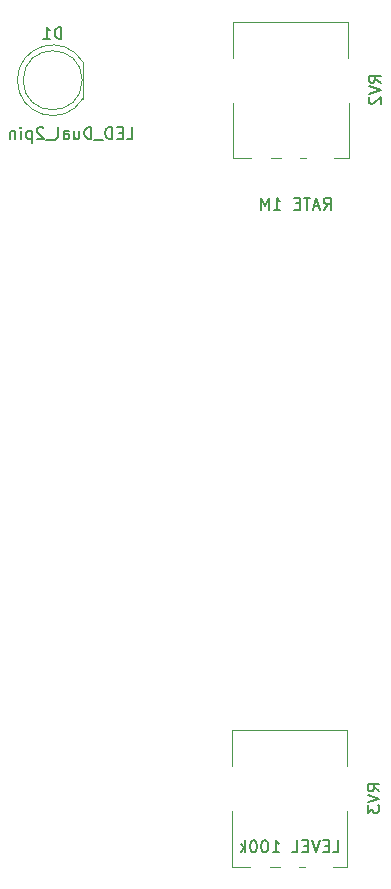
<source format=gbr>
%TF.GenerationSoftware,KiCad,Pcbnew,5.1.10-88a1d61d58~90~ubuntu21.04.1*%
%TF.CreationDate,2021-10-08T21:36:15+02:00*%
%TF.ProjectId,lfo,6c666f2e-6b69-4636-9164-5f7063625858,v1.0.0*%
%TF.SameCoordinates,Original*%
%TF.FileFunction,Legend,Bot*%
%TF.FilePolarity,Positive*%
%FSLAX46Y46*%
G04 Gerber Fmt 4.6, Leading zero omitted, Abs format (unit mm)*
G04 Created by KiCad (PCBNEW 5.1.10-88a1d61d58~90~ubuntu21.04.1) date 2021-10-08 21:36:15*
%MOMM*%
%LPD*%
G01*
G04 APERTURE LIST*
%ADD10C,0.120000*%
%ADD11C,0.150000*%
G04 APERTURE END LIST*
D10*
%TO.C,RV3*%
X95840000Y-110120000D02*
X96670000Y-110120000D01*
X98290000Y-110120000D02*
X98820000Y-110120000D01*
X101190000Y-110120000D02*
X102370000Y-110120000D01*
X92630000Y-110120000D02*
X92630000Y-105400000D01*
X102370000Y-101590000D02*
X102370000Y-98530000D01*
X102380000Y-110120000D02*
X102380000Y-105400000D01*
X92630000Y-101590000D02*
X92630000Y-98530000D01*
X92630000Y-110120000D02*
X94120000Y-110120000D01*
X92630000Y-98530000D02*
X102370000Y-98530000D01*
%TO.C,RV2*%
X95940000Y-50120000D02*
X96770000Y-50120000D01*
X98390000Y-50120000D02*
X98920000Y-50120000D01*
X101290000Y-50120000D02*
X102470000Y-50120000D01*
X92730000Y-50120000D02*
X92730000Y-45400000D01*
X102470000Y-41590000D02*
X102470000Y-38530000D01*
X102480000Y-50120000D02*
X102480000Y-45400000D01*
X92730000Y-41590000D02*
X92730000Y-38530000D01*
X92730000Y-50120000D02*
X94220000Y-50120000D01*
X92730000Y-38530000D02*
X102470000Y-38530000D01*
%TO.C,D1*%
X79990000Y-41955000D02*
X79990000Y-45045000D01*
X79930000Y-43500000D02*
G75*
G03*
X79930000Y-43500000I-2500000J0D01*
G01*
X74440000Y-43499538D02*
G75*
G03*
X79990000Y-45044830I2990000J-462D01*
G01*
X74440000Y-43500462D02*
G75*
G02*
X79990000Y-41955170I2990000J462D01*
G01*
%TO.C,RV3*%
D11*
X105092380Y-103694761D02*
X104616190Y-103361428D01*
X105092380Y-103123333D02*
X104092380Y-103123333D01*
X104092380Y-103504285D01*
X104140000Y-103599523D01*
X104187619Y-103647142D01*
X104282857Y-103694761D01*
X104425714Y-103694761D01*
X104520952Y-103647142D01*
X104568571Y-103599523D01*
X104616190Y-103504285D01*
X104616190Y-103123333D01*
X104092380Y-103980476D02*
X105092380Y-104313809D01*
X104092380Y-104647142D01*
X104092380Y-104885238D02*
X104092380Y-105504285D01*
X104473333Y-105170952D01*
X104473333Y-105313809D01*
X104520952Y-105409047D01*
X104568571Y-105456666D01*
X104663809Y-105504285D01*
X104901904Y-105504285D01*
X104997142Y-105456666D01*
X105044761Y-105409047D01*
X105092380Y-105313809D01*
X105092380Y-105028095D01*
X105044761Y-104932857D01*
X104997142Y-104885238D01*
X101142857Y-108852380D02*
X101619047Y-108852380D01*
X101619047Y-107852380D01*
X100809523Y-108328571D02*
X100476190Y-108328571D01*
X100333333Y-108852380D02*
X100809523Y-108852380D01*
X100809523Y-107852380D01*
X100333333Y-107852380D01*
X100047619Y-107852380D02*
X99714285Y-108852380D01*
X99380952Y-107852380D01*
X99047619Y-108328571D02*
X98714285Y-108328571D01*
X98571428Y-108852380D02*
X99047619Y-108852380D01*
X99047619Y-107852380D01*
X98571428Y-107852380D01*
X97666666Y-108852380D02*
X98142857Y-108852380D01*
X98142857Y-107852380D01*
X96047619Y-108852380D02*
X96619047Y-108852380D01*
X96333333Y-108852380D02*
X96333333Y-107852380D01*
X96428571Y-107995238D01*
X96523809Y-108090476D01*
X96619047Y-108138095D01*
X95428571Y-107852380D02*
X95333333Y-107852380D01*
X95238095Y-107900000D01*
X95190476Y-107947619D01*
X95142857Y-108042857D01*
X95095238Y-108233333D01*
X95095238Y-108471428D01*
X95142857Y-108661904D01*
X95190476Y-108757142D01*
X95238095Y-108804761D01*
X95333333Y-108852380D01*
X95428571Y-108852380D01*
X95523809Y-108804761D01*
X95571428Y-108757142D01*
X95619047Y-108661904D01*
X95666666Y-108471428D01*
X95666666Y-108233333D01*
X95619047Y-108042857D01*
X95571428Y-107947619D01*
X95523809Y-107900000D01*
X95428571Y-107852380D01*
X94476190Y-107852380D02*
X94380952Y-107852380D01*
X94285714Y-107900000D01*
X94238095Y-107947619D01*
X94190476Y-108042857D01*
X94142857Y-108233333D01*
X94142857Y-108471428D01*
X94190476Y-108661904D01*
X94238095Y-108757142D01*
X94285714Y-108804761D01*
X94380952Y-108852380D01*
X94476190Y-108852380D01*
X94571428Y-108804761D01*
X94619047Y-108757142D01*
X94666666Y-108661904D01*
X94714285Y-108471428D01*
X94714285Y-108233333D01*
X94666666Y-108042857D01*
X94619047Y-107947619D01*
X94571428Y-107900000D01*
X94476190Y-107852380D01*
X93714285Y-108852380D02*
X93714285Y-107852380D01*
X93619047Y-108471428D02*
X93333333Y-108852380D01*
X93333333Y-108185714D02*
X93714285Y-108566666D01*
%TO.C,RV2*%
X105192380Y-43694761D02*
X104716190Y-43361428D01*
X105192380Y-43123333D02*
X104192380Y-43123333D01*
X104192380Y-43504285D01*
X104240000Y-43599523D01*
X104287619Y-43647142D01*
X104382857Y-43694761D01*
X104525714Y-43694761D01*
X104620952Y-43647142D01*
X104668571Y-43599523D01*
X104716190Y-43504285D01*
X104716190Y-43123333D01*
X104192380Y-43980476D02*
X105192380Y-44313809D01*
X104192380Y-44647142D01*
X104287619Y-44932857D02*
X104240000Y-44980476D01*
X104192380Y-45075714D01*
X104192380Y-45313809D01*
X104240000Y-45409047D01*
X104287619Y-45456666D01*
X104382857Y-45504285D01*
X104478095Y-45504285D01*
X104620952Y-45456666D01*
X105192380Y-44885238D01*
X105192380Y-45504285D01*
X100380952Y-54452380D02*
X100714285Y-53976190D01*
X100952380Y-54452380D02*
X100952380Y-53452380D01*
X100571428Y-53452380D01*
X100476190Y-53500000D01*
X100428571Y-53547619D01*
X100380952Y-53642857D01*
X100380952Y-53785714D01*
X100428571Y-53880952D01*
X100476190Y-53928571D01*
X100571428Y-53976190D01*
X100952380Y-53976190D01*
X100000000Y-54166666D02*
X99523809Y-54166666D01*
X100095238Y-54452380D02*
X99761904Y-53452380D01*
X99428571Y-54452380D01*
X99238095Y-53452380D02*
X98666666Y-53452380D01*
X98952380Y-54452380D02*
X98952380Y-53452380D01*
X98333333Y-53928571D02*
X98000000Y-53928571D01*
X97857142Y-54452380D02*
X98333333Y-54452380D01*
X98333333Y-53452380D01*
X97857142Y-53452380D01*
X96142857Y-54452380D02*
X96714285Y-54452380D01*
X96428571Y-54452380D02*
X96428571Y-53452380D01*
X96523809Y-53595238D01*
X96619047Y-53690476D01*
X96714285Y-53738095D01*
X95714285Y-54452380D02*
X95714285Y-53452380D01*
X95380952Y-54166666D01*
X95047619Y-53452380D01*
X95047619Y-54452380D01*
%TO.C,D1*%
X78168095Y-39992380D02*
X78168095Y-38992380D01*
X77930000Y-38992380D01*
X77787142Y-39040000D01*
X77691904Y-39135238D01*
X77644285Y-39230476D01*
X77596666Y-39420952D01*
X77596666Y-39563809D01*
X77644285Y-39754285D01*
X77691904Y-39849523D01*
X77787142Y-39944761D01*
X77930000Y-39992380D01*
X78168095Y-39992380D01*
X76644285Y-39992380D02*
X77215714Y-39992380D01*
X76930000Y-39992380D02*
X76930000Y-38992380D01*
X77025238Y-39135238D01*
X77120476Y-39230476D01*
X77215714Y-39278095D01*
X83690476Y-48452380D02*
X84166666Y-48452380D01*
X84166666Y-47452380D01*
X83357142Y-47928571D02*
X83023809Y-47928571D01*
X82880952Y-48452380D02*
X83357142Y-48452380D01*
X83357142Y-47452380D01*
X82880952Y-47452380D01*
X82452380Y-48452380D02*
X82452380Y-47452380D01*
X82214285Y-47452380D01*
X82071428Y-47500000D01*
X81976190Y-47595238D01*
X81928571Y-47690476D01*
X81880952Y-47880952D01*
X81880952Y-48023809D01*
X81928571Y-48214285D01*
X81976190Y-48309523D01*
X82071428Y-48404761D01*
X82214285Y-48452380D01*
X82452380Y-48452380D01*
X81690476Y-48547619D02*
X80928571Y-48547619D01*
X80690476Y-48452380D02*
X80690476Y-47452380D01*
X80452380Y-47452380D01*
X80309523Y-47500000D01*
X80214285Y-47595238D01*
X80166666Y-47690476D01*
X80119047Y-47880952D01*
X80119047Y-48023809D01*
X80166666Y-48214285D01*
X80214285Y-48309523D01*
X80309523Y-48404761D01*
X80452380Y-48452380D01*
X80690476Y-48452380D01*
X79261904Y-47785714D02*
X79261904Y-48452380D01*
X79690476Y-47785714D02*
X79690476Y-48309523D01*
X79642857Y-48404761D01*
X79547619Y-48452380D01*
X79404761Y-48452380D01*
X79309523Y-48404761D01*
X79261904Y-48357142D01*
X78357142Y-48452380D02*
X78357142Y-47928571D01*
X78404761Y-47833333D01*
X78500000Y-47785714D01*
X78690476Y-47785714D01*
X78785714Y-47833333D01*
X78357142Y-48404761D02*
X78452380Y-48452380D01*
X78690476Y-48452380D01*
X78785714Y-48404761D01*
X78833333Y-48309523D01*
X78833333Y-48214285D01*
X78785714Y-48119047D01*
X78690476Y-48071428D01*
X78452380Y-48071428D01*
X78357142Y-48023809D01*
X77738095Y-48452380D02*
X77833333Y-48404761D01*
X77880952Y-48309523D01*
X77880952Y-47452380D01*
X77595238Y-48547619D02*
X76833333Y-48547619D01*
X76642857Y-47547619D02*
X76595238Y-47500000D01*
X76499999Y-47452380D01*
X76261904Y-47452380D01*
X76166666Y-47500000D01*
X76119047Y-47547619D01*
X76071428Y-47642857D01*
X76071428Y-47738095D01*
X76119047Y-47880952D01*
X76690476Y-48452380D01*
X76071428Y-48452380D01*
X75642857Y-47785714D02*
X75642857Y-48785714D01*
X75642857Y-47833333D02*
X75547619Y-47785714D01*
X75357142Y-47785714D01*
X75261904Y-47833333D01*
X75214285Y-47880952D01*
X75166666Y-47976190D01*
X75166666Y-48261904D01*
X75214285Y-48357142D01*
X75261904Y-48404761D01*
X75357142Y-48452380D01*
X75547619Y-48452380D01*
X75642857Y-48404761D01*
X74738095Y-48452380D02*
X74738095Y-47785714D01*
X74738095Y-47452380D02*
X74785714Y-47500000D01*
X74738095Y-47547619D01*
X74690476Y-47500000D01*
X74738095Y-47452380D01*
X74738095Y-47547619D01*
X74261904Y-47785714D02*
X74261904Y-48452380D01*
X74261904Y-47880952D02*
X74214285Y-47833333D01*
X74119047Y-47785714D01*
X73976190Y-47785714D01*
X73880952Y-47833333D01*
X73833333Y-47928571D01*
X73833333Y-48452380D01*
%TD*%
M02*

</source>
